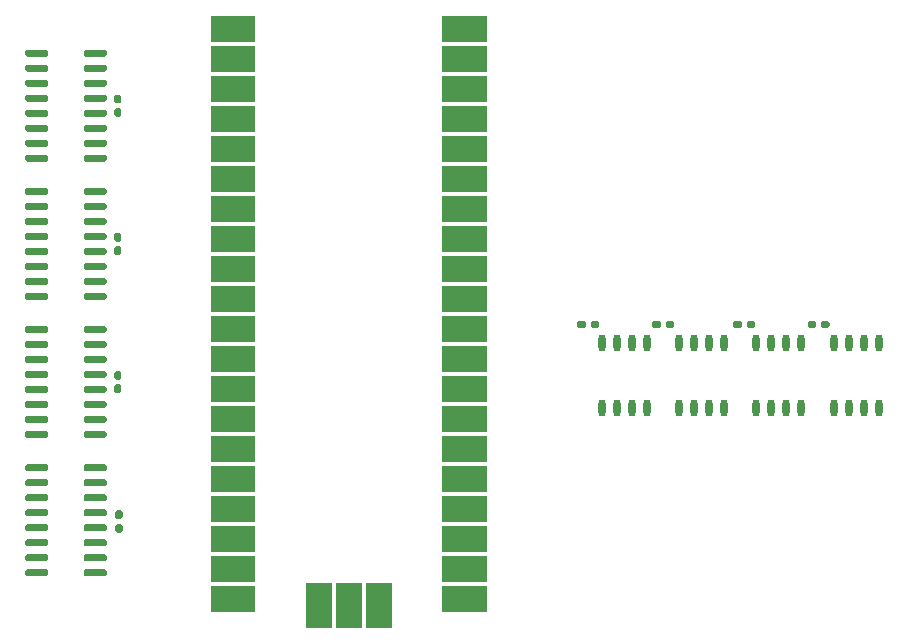
<source format=gbr>
%TF.GenerationSoftware,KiCad,Pcbnew,9.0.0*%
%TF.CreationDate,2025-03-18T14:59:46-04:00*%
%TF.ProjectId,PicoLVDS,5069636f-4c56-4445-932e-6b696361645f,3*%
%TF.SameCoordinates,Original*%
%TF.FileFunction,Paste,Top*%
%TF.FilePolarity,Positive*%
%FSLAX46Y46*%
G04 Gerber Fmt 4.6, Leading zero omitted, Abs format (unit mm)*
G04 Created by KiCad (PCBNEW 9.0.0) date 2025-03-18 14:59:46*
%MOMM*%
%LPD*%
G01*
G04 APERTURE LIST*
%ADD10O,0.599999X1.450000*%
G04 APERTURE END LIST*
%TO.C,U1*%
G36*
X59950000Y-37660000D02*
G01*
X63750000Y-37660000D01*
X63750000Y-39860000D01*
X59950000Y-39860000D01*
X59950000Y-37660000D01*
G37*
G36*
X59950000Y-40200000D02*
G01*
X63750000Y-40200000D01*
X63750000Y-42400000D01*
X59950000Y-42400000D01*
X59950000Y-40200000D01*
G37*
G36*
X59950000Y-42740000D02*
G01*
X63750000Y-42740000D01*
X63750000Y-44940000D01*
X59950000Y-44940000D01*
X59950000Y-42740000D01*
G37*
G36*
X59950000Y-45280000D02*
G01*
X63750000Y-45280000D01*
X63750000Y-47480000D01*
X59950000Y-47480000D01*
X59950000Y-45280000D01*
G37*
G36*
X59950000Y-47820000D02*
G01*
X63750000Y-47820000D01*
X63750000Y-50020000D01*
X59950000Y-50020000D01*
X59950000Y-47820000D01*
G37*
G36*
X59950000Y-50360000D02*
G01*
X63750000Y-50360000D01*
X63750000Y-52560000D01*
X59950000Y-52560000D01*
X59950000Y-50360000D01*
G37*
G36*
X59950000Y-52900000D02*
G01*
X63750000Y-52900000D01*
X63750000Y-55100000D01*
X59950000Y-55100000D01*
X59950000Y-52900000D01*
G37*
G36*
X59950000Y-55440000D02*
G01*
X63750000Y-55440000D01*
X63750000Y-57640000D01*
X59950000Y-57640000D01*
X59950000Y-55440000D01*
G37*
G36*
X59950000Y-57980000D02*
G01*
X63750000Y-57980000D01*
X63750000Y-60180000D01*
X59950000Y-60180000D01*
X59950000Y-57980000D01*
G37*
G36*
X59950000Y-60520000D02*
G01*
X63750000Y-60520000D01*
X63750000Y-62720000D01*
X59950000Y-62720000D01*
X59950000Y-60520000D01*
G37*
G36*
X59950000Y-63060000D02*
G01*
X63750000Y-63060000D01*
X63750000Y-65260000D01*
X59950000Y-65260000D01*
X59950000Y-63060000D01*
G37*
G36*
X59950000Y-65600000D02*
G01*
X63750000Y-65600000D01*
X63750000Y-67800000D01*
X59950000Y-67800000D01*
X59950000Y-65600000D01*
G37*
G36*
X59950000Y-68140000D02*
G01*
X63750000Y-68140000D01*
X63750000Y-70340000D01*
X59950000Y-70340000D01*
X59950000Y-68140000D01*
G37*
G36*
X59950000Y-70680000D02*
G01*
X63750000Y-70680000D01*
X63750000Y-72880000D01*
X59950000Y-72880000D01*
X59950000Y-70680000D01*
G37*
G36*
X59950000Y-73220000D02*
G01*
X63750000Y-73220000D01*
X63750000Y-75420000D01*
X59950000Y-75420000D01*
X59950000Y-73220000D01*
G37*
G36*
X59950000Y-75760000D02*
G01*
X63750000Y-75760000D01*
X63750000Y-77960000D01*
X59950000Y-77960000D01*
X59950000Y-75760000D01*
G37*
G36*
X59950000Y-78300000D02*
G01*
X63750000Y-78300000D01*
X63750000Y-80500000D01*
X59950000Y-80500000D01*
X59950000Y-78300000D01*
G37*
G36*
X59950000Y-80840000D02*
G01*
X63750000Y-80840000D01*
X63750000Y-83040000D01*
X59950000Y-83040000D01*
X59950000Y-80840000D01*
G37*
G36*
X59950000Y-83380000D02*
G01*
X63750000Y-83380000D01*
X63750000Y-85580000D01*
X59950000Y-85580000D01*
X59950000Y-83380000D01*
G37*
G36*
X59950000Y-85920000D02*
G01*
X63750000Y-85920000D01*
X63750000Y-88120000D01*
X59950000Y-88120000D01*
X59950000Y-85920000D01*
G37*
G36*
X68000000Y-85690000D02*
G01*
X70200000Y-85690000D01*
X70200000Y-89490000D01*
X68000000Y-89490000D01*
X68000000Y-85690000D01*
G37*
G36*
X70540000Y-85690000D02*
G01*
X72740000Y-85690000D01*
X72740000Y-89490000D01*
X70540000Y-89490000D01*
X70540000Y-85690000D01*
G37*
G36*
X73080000Y-85690000D02*
G01*
X75280000Y-85690000D01*
X75280000Y-89490000D01*
X73080000Y-89490000D01*
X73080000Y-85690000D01*
G37*
G36*
X79530000Y-37660000D02*
G01*
X83330000Y-37660000D01*
X83330000Y-39860000D01*
X79530000Y-39860000D01*
X79530000Y-37660000D01*
G37*
G36*
X79530000Y-40200000D02*
G01*
X83330000Y-40200000D01*
X83330000Y-42400000D01*
X79530000Y-42400000D01*
X79530000Y-40200000D01*
G37*
G36*
X79530000Y-42740000D02*
G01*
X83330000Y-42740000D01*
X83330000Y-44940000D01*
X79530000Y-44940000D01*
X79530000Y-42740000D01*
G37*
G36*
X79530000Y-45280000D02*
G01*
X83330000Y-45280000D01*
X83330000Y-47480000D01*
X79530000Y-47480000D01*
X79530000Y-45280000D01*
G37*
G36*
X79530000Y-47820000D02*
G01*
X83330000Y-47820000D01*
X83330000Y-50020000D01*
X79530000Y-50020000D01*
X79530000Y-47820000D01*
G37*
G36*
X79530000Y-50360000D02*
G01*
X83330000Y-50360000D01*
X83330000Y-52560000D01*
X79530000Y-52560000D01*
X79530000Y-50360000D01*
G37*
G36*
X79530000Y-52900000D02*
G01*
X83330000Y-52900000D01*
X83330000Y-55100000D01*
X79530000Y-55100000D01*
X79530000Y-52900000D01*
G37*
G36*
X79530000Y-55440000D02*
G01*
X83330000Y-55440000D01*
X83330000Y-57640000D01*
X79530000Y-57640000D01*
X79530000Y-55440000D01*
G37*
G36*
X79530000Y-57980000D02*
G01*
X83330000Y-57980000D01*
X83330000Y-60180000D01*
X79530000Y-60180000D01*
X79530000Y-57980000D01*
G37*
G36*
X79530000Y-60520000D02*
G01*
X83330000Y-60520000D01*
X83330000Y-62720000D01*
X79530000Y-62720000D01*
X79530000Y-60520000D01*
G37*
G36*
X79530000Y-63060000D02*
G01*
X83330000Y-63060000D01*
X83330000Y-65260000D01*
X79530000Y-65260000D01*
X79530000Y-63060000D01*
G37*
G36*
X79530000Y-65600000D02*
G01*
X83330000Y-65600000D01*
X83330000Y-67800000D01*
X79530000Y-67800000D01*
X79530000Y-65600000D01*
G37*
G36*
X79530000Y-68140000D02*
G01*
X83330000Y-68140000D01*
X83330000Y-70340000D01*
X79530000Y-70340000D01*
X79530000Y-68140000D01*
G37*
G36*
X79530000Y-70680000D02*
G01*
X83330000Y-70680000D01*
X83330000Y-72880000D01*
X79530000Y-72880000D01*
X79530000Y-70680000D01*
G37*
G36*
X79530000Y-73220000D02*
G01*
X83330000Y-73220000D01*
X83330000Y-75420000D01*
X79530000Y-75420000D01*
X79530000Y-73220000D01*
G37*
G36*
X79530000Y-75760000D02*
G01*
X83330000Y-75760000D01*
X83330000Y-77960000D01*
X79530000Y-77960000D01*
X79530000Y-75760000D01*
G37*
G36*
X79530000Y-78300000D02*
G01*
X83330000Y-78300000D01*
X83330000Y-80500000D01*
X79530000Y-80500000D01*
X79530000Y-78300000D01*
G37*
G36*
X79530000Y-80840000D02*
G01*
X83330000Y-80840000D01*
X83330000Y-83040000D01*
X79530000Y-83040000D01*
X79530000Y-80840000D01*
G37*
G36*
X79530000Y-83380000D02*
G01*
X83330000Y-83380000D01*
X83330000Y-85580000D01*
X79530000Y-85580000D01*
X79530000Y-83380000D01*
G37*
G36*
X79530000Y-85920000D02*
G01*
X83330000Y-85920000D01*
X83330000Y-88120000D01*
X79530000Y-88120000D01*
X79530000Y-85920000D01*
G37*
%TD*%
%TO.C,U1*%
G36*
G01*
X79830000Y-85044706D02*
X79830000Y-83915294D01*
G75*
G02*
X80065294Y-83680000I235294J0D01*
G01*
X82794706Y-83680000D01*
G75*
G02*
X83030000Y-83915294I0J-235294D01*
G01*
X83030000Y-85044706D01*
G75*
G02*
X82794706Y-85280000I-235294J0D01*
G01*
X80065294Y-85280000D01*
G75*
G02*
X79830000Y-85044706I0J235294D01*
G01*
G37*
G36*
G01*
X79830000Y-82504706D02*
X79830000Y-81375294D01*
G75*
G02*
X80065294Y-81140000I235294J0D01*
G01*
X82794706Y-81140000D01*
G75*
G02*
X83030000Y-81375294I0J-235294D01*
G01*
X83030000Y-82504706D01*
G75*
G02*
X82794706Y-82740000I-235294J0D01*
G01*
X80065294Y-82740000D01*
G75*
G02*
X79830000Y-82504706I0J235294D01*
G01*
G37*
G36*
G01*
X79830000Y-79964706D02*
X79830000Y-78835294D01*
G75*
G02*
X80065294Y-78600000I235294J0D01*
G01*
X82794706Y-78600000D01*
G75*
G02*
X83030000Y-78835294I0J-235294D01*
G01*
X83030000Y-79964706D01*
G75*
G02*
X82794706Y-80200000I-235294J0D01*
G01*
X80065294Y-80200000D01*
G75*
G02*
X79830000Y-79964706I0J235294D01*
G01*
G37*
G36*
G01*
X79830000Y-77424706D02*
X79830000Y-76295294D01*
G75*
G02*
X80065294Y-76060000I235294J0D01*
G01*
X82794706Y-76060000D01*
G75*
G02*
X83030000Y-76295294I0J-235294D01*
G01*
X83030000Y-77424706D01*
G75*
G02*
X82794706Y-77660000I-235294J0D01*
G01*
X80065294Y-77660000D01*
G75*
G02*
X79830000Y-77424706I0J235294D01*
G01*
G37*
G36*
G01*
X79830000Y-74884706D02*
X79830000Y-73755294D01*
G75*
G02*
X80065294Y-73520000I235294J0D01*
G01*
X82794706Y-73520000D01*
G75*
G02*
X83030000Y-73755294I0J-235294D01*
G01*
X83030000Y-74884706D01*
G75*
G02*
X82794706Y-75120000I-235294J0D01*
G01*
X80065294Y-75120000D01*
G75*
G02*
X79830000Y-74884706I0J235294D01*
G01*
G37*
G36*
G01*
X79830000Y-72344706D02*
X79830000Y-71215294D01*
G75*
G02*
X80065294Y-70980000I235294J0D01*
G01*
X82794706Y-70980000D01*
G75*
G02*
X83030000Y-71215294I0J-235294D01*
G01*
X83030000Y-72344706D01*
G75*
G02*
X82794706Y-72580000I-235294J0D01*
G01*
X80065294Y-72580000D01*
G75*
G02*
X79830000Y-72344706I0J235294D01*
G01*
G37*
G36*
G01*
X79830000Y-69804706D02*
X79830000Y-68675294D01*
G75*
G02*
X80065294Y-68440000I235294J0D01*
G01*
X82794706Y-68440000D01*
G75*
G02*
X83030000Y-68675294I0J-235294D01*
G01*
X83030000Y-69804706D01*
G75*
G02*
X82794706Y-70040000I-235294J0D01*
G01*
X80065294Y-70040000D01*
G75*
G02*
X79830000Y-69804706I0J235294D01*
G01*
G37*
G36*
G01*
X79830000Y-67264706D02*
X79830000Y-66135294D01*
G75*
G02*
X80065294Y-65900000I235294J0D01*
G01*
X82794706Y-65900000D01*
G75*
G02*
X83030000Y-66135294I0J-235294D01*
G01*
X83030000Y-67264706D01*
G75*
G02*
X82794706Y-67500000I-235294J0D01*
G01*
X80065294Y-67500000D01*
G75*
G02*
X79830000Y-67264706I0J235294D01*
G01*
G37*
G36*
G01*
X79830000Y-64724706D02*
X79830000Y-63595294D01*
G75*
G02*
X80065294Y-63360000I235294J0D01*
G01*
X82794706Y-63360000D01*
G75*
G02*
X83030000Y-63595294I0J-235294D01*
G01*
X83030000Y-64724706D01*
G75*
G02*
X82794706Y-64960000I-235294J0D01*
G01*
X80065294Y-64960000D01*
G75*
G02*
X79830000Y-64724706I0J235294D01*
G01*
G37*
G36*
G01*
X79830000Y-62184706D02*
X79830000Y-61055294D01*
G75*
G02*
X80065294Y-60820000I235294J0D01*
G01*
X82794706Y-60820000D01*
G75*
G02*
X83030000Y-61055294I0J-235294D01*
G01*
X83030000Y-62184706D01*
G75*
G02*
X82794706Y-62420000I-235294J0D01*
G01*
X80065294Y-62420000D01*
G75*
G02*
X79830000Y-62184706I0J235294D01*
G01*
G37*
G36*
G01*
X79830000Y-59644706D02*
X79830000Y-58515294D01*
G75*
G02*
X80065294Y-58280000I235294J0D01*
G01*
X82794706Y-58280000D01*
G75*
G02*
X83030000Y-58515294I0J-235294D01*
G01*
X83030000Y-59644706D01*
G75*
G02*
X82794706Y-59880000I-235294J0D01*
G01*
X80065294Y-59880000D01*
G75*
G02*
X79830000Y-59644706I0J235294D01*
G01*
G37*
G36*
G01*
X79830000Y-57104706D02*
X79830000Y-55975294D01*
G75*
G02*
X80065294Y-55740000I235294J0D01*
G01*
X82794706Y-55740000D01*
G75*
G02*
X83030000Y-55975294I0J-235294D01*
G01*
X83030000Y-57104706D01*
G75*
G02*
X82794706Y-57340000I-235294J0D01*
G01*
X80065294Y-57340000D01*
G75*
G02*
X79830000Y-57104706I0J235294D01*
G01*
G37*
G36*
G01*
X79830000Y-54564706D02*
X79830000Y-53435294D01*
G75*
G02*
X80065294Y-53200000I235294J0D01*
G01*
X82794706Y-53200000D01*
G75*
G02*
X83030000Y-53435294I0J-235294D01*
G01*
X83030000Y-54564706D01*
G75*
G02*
X82794706Y-54800000I-235294J0D01*
G01*
X80065294Y-54800000D01*
G75*
G02*
X79830000Y-54564706I0J235294D01*
G01*
G37*
G36*
G01*
X79830000Y-52024706D02*
X79830000Y-50895294D01*
G75*
G02*
X80065294Y-50660000I235294J0D01*
G01*
X82794706Y-50660000D01*
G75*
G02*
X83030000Y-50895294I0J-235294D01*
G01*
X83030000Y-52024706D01*
G75*
G02*
X82794706Y-52260000I-235294J0D01*
G01*
X80065294Y-52260000D01*
G75*
G02*
X79830000Y-52024706I0J235294D01*
G01*
G37*
G36*
G01*
X79830000Y-49484706D02*
X79830000Y-48355294D01*
G75*
G02*
X80065294Y-48120000I235294J0D01*
G01*
X82794706Y-48120000D01*
G75*
G02*
X83030000Y-48355294I0J-235294D01*
G01*
X83030000Y-49484706D01*
G75*
G02*
X82794706Y-49720000I-235294J0D01*
G01*
X80065294Y-49720000D01*
G75*
G02*
X79830000Y-49484706I0J235294D01*
G01*
G37*
G36*
G01*
X79830000Y-46944706D02*
X79830000Y-45815294D01*
G75*
G02*
X80065294Y-45580000I235294J0D01*
G01*
X82794706Y-45580000D01*
G75*
G02*
X83030000Y-45815294I0J-235294D01*
G01*
X83030000Y-46944706D01*
G75*
G02*
X82794706Y-47180000I-235294J0D01*
G01*
X80065294Y-47180000D01*
G75*
G02*
X79830000Y-46944706I0J235294D01*
G01*
G37*
G36*
G01*
X79830000Y-44404706D02*
X79830000Y-43275294D01*
G75*
G02*
X80065294Y-43040000I235294J0D01*
G01*
X82794706Y-43040000D01*
G75*
G02*
X83030000Y-43275294I0J-235294D01*
G01*
X83030000Y-44404706D01*
G75*
G02*
X82794706Y-44640000I-235294J0D01*
G01*
X80065294Y-44640000D01*
G75*
G02*
X79830000Y-44404706I0J235294D01*
G01*
G37*
G36*
G01*
X79830000Y-41864706D02*
X79830000Y-40735294D01*
G75*
G02*
X80065294Y-40500000I235294J0D01*
G01*
X82794706Y-40500000D01*
G75*
G02*
X83030000Y-40735294I0J-235294D01*
G01*
X83030000Y-41864706D01*
G75*
G02*
X82794706Y-42100000I-235294J0D01*
G01*
X80065294Y-42100000D01*
G75*
G02*
X79830000Y-41864706I0J235294D01*
G01*
G37*
G36*
G01*
X79830000Y-39324706D02*
X79830000Y-38195294D01*
G75*
G02*
X80065294Y-37960000I235294J0D01*
G01*
X82794706Y-37960000D01*
G75*
G02*
X83030000Y-38195294I0J-235294D01*
G01*
X83030000Y-39324706D01*
G75*
G02*
X82794706Y-39560000I-235294J0D01*
G01*
X80065294Y-39560000D01*
G75*
G02*
X79830000Y-39324706I0J235294D01*
G01*
G37*
G36*
G01*
X79830000Y-87584706D02*
X79830000Y-86455294D01*
G75*
G02*
X80065294Y-86220000I235294J0D01*
G01*
X82794706Y-86220000D01*
G75*
G02*
X83030000Y-86455294I0J-235294D01*
G01*
X83030000Y-87584706D01*
G75*
G02*
X82794706Y-87820000I-235294J0D01*
G01*
X80065294Y-87820000D01*
G75*
G02*
X79830000Y-87584706I0J235294D01*
G01*
G37*
G36*
G01*
X60250000Y-39324706D02*
X60250000Y-38195294D01*
G75*
G02*
X60485294Y-37960000I235294J0D01*
G01*
X63214706Y-37960000D01*
G75*
G02*
X63450000Y-38195294I0J-235294D01*
G01*
X63450000Y-39324706D01*
G75*
G02*
X63214706Y-39560000I-235294J0D01*
G01*
X60485294Y-39560000D01*
G75*
G02*
X60250000Y-39324706I0J235294D01*
G01*
G37*
G36*
G01*
X60250000Y-41864706D02*
X60250000Y-40735294D01*
G75*
G02*
X60485294Y-40500000I235294J0D01*
G01*
X63214706Y-40500000D01*
G75*
G02*
X63450000Y-40735294I0J-235294D01*
G01*
X63450000Y-41864706D01*
G75*
G02*
X63214706Y-42100000I-235294J0D01*
G01*
X60485294Y-42100000D01*
G75*
G02*
X60250000Y-41864706I0J235294D01*
G01*
G37*
G36*
G01*
X60250000Y-44404706D02*
X60250000Y-43275294D01*
G75*
G02*
X60485294Y-43040000I235294J0D01*
G01*
X63214706Y-43040000D01*
G75*
G02*
X63450000Y-43275294I0J-235294D01*
G01*
X63450000Y-44404706D01*
G75*
G02*
X63214706Y-44640000I-235294J0D01*
G01*
X60485294Y-44640000D01*
G75*
G02*
X60250000Y-44404706I0J235294D01*
G01*
G37*
G36*
G01*
X60250000Y-46944706D02*
X60250000Y-45815294D01*
G75*
G02*
X60485294Y-45580000I235294J0D01*
G01*
X63214706Y-45580000D01*
G75*
G02*
X63450000Y-45815294I0J-235294D01*
G01*
X63450000Y-46944706D01*
G75*
G02*
X63214706Y-47180000I-235294J0D01*
G01*
X60485294Y-47180000D01*
G75*
G02*
X60250000Y-46944706I0J235294D01*
G01*
G37*
G36*
G01*
X60250000Y-49484706D02*
X60250000Y-48355294D01*
G75*
G02*
X60485294Y-48120000I235294J0D01*
G01*
X63214706Y-48120000D01*
G75*
G02*
X63450000Y-48355294I0J-235294D01*
G01*
X63450000Y-49484706D01*
G75*
G02*
X63214706Y-49720000I-235294J0D01*
G01*
X60485294Y-49720000D01*
G75*
G02*
X60250000Y-49484706I0J235294D01*
G01*
G37*
G36*
G01*
X60250000Y-52024706D02*
X60250000Y-50895294D01*
G75*
G02*
X60485294Y-50660000I235294J0D01*
G01*
X63214706Y-50660000D01*
G75*
G02*
X63450000Y-50895294I0J-235294D01*
G01*
X63450000Y-52024706D01*
G75*
G02*
X63214706Y-52260000I-235294J0D01*
G01*
X60485294Y-52260000D01*
G75*
G02*
X60250000Y-52024706I0J235294D01*
G01*
G37*
G36*
G01*
X60250000Y-54564706D02*
X60250000Y-53435294D01*
G75*
G02*
X60485294Y-53200000I235294J0D01*
G01*
X63214706Y-53200000D01*
G75*
G02*
X63450000Y-53435294I0J-235294D01*
G01*
X63450000Y-54564706D01*
G75*
G02*
X63214706Y-54800000I-235294J0D01*
G01*
X60485294Y-54800000D01*
G75*
G02*
X60250000Y-54564706I0J235294D01*
G01*
G37*
G36*
G01*
X60250000Y-57104706D02*
X60250000Y-55975294D01*
G75*
G02*
X60485294Y-55740000I235294J0D01*
G01*
X63214706Y-55740000D01*
G75*
G02*
X63450000Y-55975294I0J-235294D01*
G01*
X63450000Y-57104706D01*
G75*
G02*
X63214706Y-57340000I-235294J0D01*
G01*
X60485294Y-57340000D01*
G75*
G02*
X60250000Y-57104706I0J235294D01*
G01*
G37*
G36*
G01*
X60250000Y-59644706D02*
X60250000Y-58515294D01*
G75*
G02*
X60485294Y-58280000I235294J0D01*
G01*
X63214706Y-58280000D01*
G75*
G02*
X63450000Y-58515294I0J-235294D01*
G01*
X63450000Y-59644706D01*
G75*
G02*
X63214706Y-59880000I-235294J0D01*
G01*
X60485294Y-59880000D01*
G75*
G02*
X60250000Y-59644706I0J235294D01*
G01*
G37*
G36*
G01*
X60250000Y-62184706D02*
X60250000Y-61055294D01*
G75*
G02*
X60485294Y-60820000I235294J0D01*
G01*
X63214706Y-60820000D01*
G75*
G02*
X63450000Y-61055294I0J-235294D01*
G01*
X63450000Y-62184706D01*
G75*
G02*
X63214706Y-62420000I-235294J0D01*
G01*
X60485294Y-62420000D01*
G75*
G02*
X60250000Y-62184706I0J235294D01*
G01*
G37*
G36*
G01*
X60250000Y-64724706D02*
X60250000Y-63595294D01*
G75*
G02*
X60485294Y-63360000I235294J0D01*
G01*
X63214706Y-63360000D01*
G75*
G02*
X63450000Y-63595294I0J-235294D01*
G01*
X63450000Y-64724706D01*
G75*
G02*
X63214706Y-64960000I-235294J0D01*
G01*
X60485294Y-64960000D01*
G75*
G02*
X60250000Y-64724706I0J235294D01*
G01*
G37*
G36*
G01*
X60250000Y-67264706D02*
X60250000Y-66135294D01*
G75*
G02*
X60485294Y-65900000I235294J0D01*
G01*
X63214706Y-65900000D01*
G75*
G02*
X63450000Y-66135294I0J-235294D01*
G01*
X63450000Y-67264706D01*
G75*
G02*
X63214706Y-67500000I-235294J0D01*
G01*
X60485294Y-67500000D01*
G75*
G02*
X60250000Y-67264706I0J235294D01*
G01*
G37*
G36*
G01*
X60250000Y-69804706D02*
X60250000Y-68675294D01*
G75*
G02*
X60485294Y-68440000I235294J0D01*
G01*
X63214706Y-68440000D01*
G75*
G02*
X63450000Y-68675294I0J-235294D01*
G01*
X63450000Y-69804706D01*
G75*
G02*
X63214706Y-70040000I-235294J0D01*
G01*
X60485294Y-70040000D01*
G75*
G02*
X60250000Y-69804706I0J235294D01*
G01*
G37*
G36*
G01*
X60250000Y-72344706D02*
X60250000Y-71215294D01*
G75*
G02*
X60485294Y-70980000I235294J0D01*
G01*
X63214706Y-70980000D01*
G75*
G02*
X63450000Y-71215294I0J-235294D01*
G01*
X63450000Y-72344706D01*
G75*
G02*
X63214706Y-72580000I-235294J0D01*
G01*
X60485294Y-72580000D01*
G75*
G02*
X60250000Y-72344706I0J235294D01*
G01*
G37*
G36*
G01*
X60250000Y-74884706D02*
X60250000Y-73755294D01*
G75*
G02*
X60485294Y-73520000I235294J0D01*
G01*
X63214706Y-73520000D01*
G75*
G02*
X63450000Y-73755294I0J-235294D01*
G01*
X63450000Y-74884706D01*
G75*
G02*
X63214706Y-75120000I-235294J0D01*
G01*
X60485294Y-75120000D01*
G75*
G02*
X60250000Y-74884706I0J235294D01*
G01*
G37*
G36*
G01*
X60250000Y-77424706D02*
X60250000Y-76295294D01*
G75*
G02*
X60485294Y-76060000I235294J0D01*
G01*
X63214706Y-76060000D01*
G75*
G02*
X63450000Y-76295294I0J-235294D01*
G01*
X63450000Y-77424706D01*
G75*
G02*
X63214706Y-77660000I-235294J0D01*
G01*
X60485294Y-77660000D01*
G75*
G02*
X60250000Y-77424706I0J235294D01*
G01*
G37*
G36*
G01*
X60250000Y-79964706D02*
X60250000Y-78835294D01*
G75*
G02*
X60485294Y-78600000I235294J0D01*
G01*
X63214706Y-78600000D01*
G75*
G02*
X63450000Y-78835294I0J-235294D01*
G01*
X63450000Y-79964706D01*
G75*
G02*
X63214706Y-80200000I-235294J0D01*
G01*
X60485294Y-80200000D01*
G75*
G02*
X60250000Y-79964706I0J235294D01*
G01*
G37*
G36*
G01*
X60250000Y-82504706D02*
X60250000Y-81375294D01*
G75*
G02*
X60485294Y-81140000I235294J0D01*
G01*
X63214706Y-81140000D01*
G75*
G02*
X63450000Y-81375294I0J-235294D01*
G01*
X63450000Y-82504706D01*
G75*
G02*
X63214706Y-82740000I-235294J0D01*
G01*
X60485294Y-82740000D01*
G75*
G02*
X60250000Y-82504706I0J235294D01*
G01*
G37*
G36*
G01*
X60250000Y-85044706D02*
X60250000Y-83915294D01*
G75*
G02*
X60485294Y-83680000I235294J0D01*
G01*
X63214706Y-83680000D01*
G75*
G02*
X63450000Y-83915294I0J-235294D01*
G01*
X63450000Y-85044706D01*
G75*
G02*
X63214706Y-85280000I-235294J0D01*
G01*
X60485294Y-85280000D01*
G75*
G02*
X60250000Y-85044706I0J235294D01*
G01*
G37*
G36*
G01*
X60250000Y-87584706D02*
X60250000Y-86455294D01*
G75*
G02*
X60485294Y-86220000I235294J0D01*
G01*
X63214706Y-86220000D01*
G75*
G02*
X63450000Y-86455294I0J-235294D01*
G01*
X63450000Y-87584706D01*
G75*
G02*
X63214706Y-87820000I-235294J0D01*
G01*
X60485294Y-87820000D01*
G75*
G02*
X60250000Y-87584706I0J235294D01*
G01*
G37*
%TD*%
D10*
%TO.C,U9*%
X93072000Y-70866000D03*
X94342000Y-70866000D03*
X95612000Y-70866000D03*
X96882000Y-70866000D03*
X96882000Y-65416001D03*
X95612000Y-65416001D03*
X94342000Y-65416001D03*
X93072000Y-65416001D03*
%TD*%
%TO.C,U3*%
G36*
G01*
X51150000Y-61295000D02*
X51150000Y-61595000D01*
G75*
G02*
X51000000Y-61745000I-150000J0D01*
G01*
X49350000Y-61745000D01*
G75*
G02*
X49200000Y-61595000I0J150000D01*
G01*
X49200000Y-61295000D01*
G75*
G02*
X49350000Y-61145000I150000J0D01*
G01*
X51000000Y-61145000D01*
G75*
G02*
X51150000Y-61295000I0J-150000D01*
G01*
G37*
G36*
G01*
X51150000Y-60025000D02*
X51150000Y-60325000D01*
G75*
G02*
X51000000Y-60475000I-150000J0D01*
G01*
X49350000Y-60475000D01*
G75*
G02*
X49200000Y-60325000I0J150000D01*
G01*
X49200000Y-60025000D01*
G75*
G02*
X49350000Y-59875000I150000J0D01*
G01*
X51000000Y-59875000D01*
G75*
G02*
X51150000Y-60025000I0J-150000D01*
G01*
G37*
G36*
G01*
X51150000Y-58755000D02*
X51150000Y-59055000D01*
G75*
G02*
X51000000Y-59205000I-150000J0D01*
G01*
X49350000Y-59205000D01*
G75*
G02*
X49200000Y-59055000I0J150000D01*
G01*
X49200000Y-58755000D01*
G75*
G02*
X49350000Y-58605000I150000J0D01*
G01*
X51000000Y-58605000D01*
G75*
G02*
X51150000Y-58755000I0J-150000D01*
G01*
G37*
G36*
G01*
X51150000Y-57485000D02*
X51150000Y-57785000D01*
G75*
G02*
X51000000Y-57935000I-150000J0D01*
G01*
X49350000Y-57935000D01*
G75*
G02*
X49200000Y-57785000I0J150000D01*
G01*
X49200000Y-57485000D01*
G75*
G02*
X49350000Y-57335000I150000J0D01*
G01*
X51000000Y-57335000D01*
G75*
G02*
X51150000Y-57485000I0J-150000D01*
G01*
G37*
G36*
G01*
X51150000Y-56215000D02*
X51150000Y-56515000D01*
G75*
G02*
X51000000Y-56665000I-150000J0D01*
G01*
X49350000Y-56665000D01*
G75*
G02*
X49200000Y-56515000I0J150000D01*
G01*
X49200000Y-56215000D01*
G75*
G02*
X49350000Y-56065000I150000J0D01*
G01*
X51000000Y-56065000D01*
G75*
G02*
X51150000Y-56215000I0J-150000D01*
G01*
G37*
G36*
G01*
X51150000Y-54945000D02*
X51150000Y-55245000D01*
G75*
G02*
X51000000Y-55395000I-150000J0D01*
G01*
X49350000Y-55395000D01*
G75*
G02*
X49200000Y-55245000I0J150000D01*
G01*
X49200000Y-54945000D01*
G75*
G02*
X49350000Y-54795000I150000J0D01*
G01*
X51000000Y-54795000D01*
G75*
G02*
X51150000Y-54945000I0J-150000D01*
G01*
G37*
G36*
G01*
X51150000Y-53675000D02*
X51150000Y-53975000D01*
G75*
G02*
X51000000Y-54125000I-150000J0D01*
G01*
X49350000Y-54125000D01*
G75*
G02*
X49200000Y-53975000I0J150000D01*
G01*
X49200000Y-53675000D01*
G75*
G02*
X49350000Y-53525000I150000J0D01*
G01*
X51000000Y-53525000D01*
G75*
G02*
X51150000Y-53675000I0J-150000D01*
G01*
G37*
G36*
G01*
X51150000Y-52405000D02*
X51150000Y-52705000D01*
G75*
G02*
X51000000Y-52855000I-150000J0D01*
G01*
X49350000Y-52855000D01*
G75*
G02*
X49200000Y-52705000I0J150000D01*
G01*
X49200000Y-52405000D01*
G75*
G02*
X49350000Y-52255000I150000J0D01*
G01*
X51000000Y-52255000D01*
G75*
G02*
X51150000Y-52405000I0J-150000D01*
G01*
G37*
G36*
G01*
X46200000Y-52405000D02*
X46200000Y-52705000D01*
G75*
G02*
X46050000Y-52855000I-150000J0D01*
G01*
X44400000Y-52855000D01*
G75*
G02*
X44250000Y-52705000I0J150000D01*
G01*
X44250000Y-52405000D01*
G75*
G02*
X44400000Y-52255000I150000J0D01*
G01*
X46050000Y-52255000D01*
G75*
G02*
X46200000Y-52405000I0J-150000D01*
G01*
G37*
G36*
G01*
X46200000Y-53675000D02*
X46200000Y-53975000D01*
G75*
G02*
X46050000Y-54125000I-150000J0D01*
G01*
X44400000Y-54125000D01*
G75*
G02*
X44250000Y-53975000I0J150000D01*
G01*
X44250000Y-53675000D01*
G75*
G02*
X44400000Y-53525000I150000J0D01*
G01*
X46050000Y-53525000D01*
G75*
G02*
X46200000Y-53675000I0J-150000D01*
G01*
G37*
G36*
G01*
X46200000Y-54945000D02*
X46200000Y-55245000D01*
G75*
G02*
X46050000Y-55395000I-150000J0D01*
G01*
X44400000Y-55395000D01*
G75*
G02*
X44250000Y-55245000I0J150000D01*
G01*
X44250000Y-54945000D01*
G75*
G02*
X44400000Y-54795000I150000J0D01*
G01*
X46050000Y-54795000D01*
G75*
G02*
X46200000Y-54945000I0J-150000D01*
G01*
G37*
G36*
G01*
X46200000Y-56215000D02*
X46200000Y-56515000D01*
G75*
G02*
X46050000Y-56665000I-150000J0D01*
G01*
X44400000Y-56665000D01*
G75*
G02*
X44250000Y-56515000I0J150000D01*
G01*
X44250000Y-56215000D01*
G75*
G02*
X44400000Y-56065000I150000J0D01*
G01*
X46050000Y-56065000D01*
G75*
G02*
X46200000Y-56215000I0J-150000D01*
G01*
G37*
G36*
G01*
X46200000Y-57485000D02*
X46200000Y-57785000D01*
G75*
G02*
X46050000Y-57935000I-150000J0D01*
G01*
X44400000Y-57935000D01*
G75*
G02*
X44250000Y-57785000I0J150000D01*
G01*
X44250000Y-57485000D01*
G75*
G02*
X44400000Y-57335000I150000J0D01*
G01*
X46050000Y-57335000D01*
G75*
G02*
X46200000Y-57485000I0J-150000D01*
G01*
G37*
G36*
G01*
X46200000Y-58755000D02*
X46200000Y-59055000D01*
G75*
G02*
X46050000Y-59205000I-150000J0D01*
G01*
X44400000Y-59205000D01*
G75*
G02*
X44250000Y-59055000I0J150000D01*
G01*
X44250000Y-58755000D01*
G75*
G02*
X44400000Y-58605000I150000J0D01*
G01*
X46050000Y-58605000D01*
G75*
G02*
X46200000Y-58755000I0J-150000D01*
G01*
G37*
G36*
G01*
X46200000Y-60025000D02*
X46200000Y-60325000D01*
G75*
G02*
X46050000Y-60475000I-150000J0D01*
G01*
X44400000Y-60475000D01*
G75*
G02*
X44250000Y-60325000I0J150000D01*
G01*
X44250000Y-60025000D01*
G75*
G02*
X44400000Y-59875000I150000J0D01*
G01*
X46050000Y-59875000D01*
G75*
G02*
X46200000Y-60025000I0J-150000D01*
G01*
G37*
G36*
G01*
X46200000Y-61295000D02*
X46200000Y-61595000D01*
G75*
G02*
X46050000Y-61745000I-150000J0D01*
G01*
X44400000Y-61745000D01*
G75*
G02*
X44250000Y-61595000I0J150000D01*
G01*
X44250000Y-61295000D01*
G75*
G02*
X44400000Y-61145000I150000J0D01*
G01*
X46050000Y-61145000D01*
G75*
G02*
X46200000Y-61295000I0J-150000D01*
G01*
G37*
%TD*%
%TO.C,C1*%
G36*
G01*
X52255000Y-46235000D02*
X51945000Y-46235000D01*
G75*
G02*
X51790000Y-46080000I0J155000D01*
G01*
X51790000Y-45655000D01*
G75*
G02*
X51945000Y-45500000I155000J0D01*
G01*
X52255000Y-45500000D01*
G75*
G02*
X52410000Y-45655000I0J-155000D01*
G01*
X52410000Y-46080000D01*
G75*
G02*
X52255000Y-46235000I-155000J0D01*
G01*
G37*
G36*
G01*
X52255000Y-45100000D02*
X51945000Y-45100000D01*
G75*
G02*
X51790000Y-44945000I0J155000D01*
G01*
X51790000Y-44520000D01*
G75*
G02*
X51945000Y-44365000I155000J0D01*
G01*
X52255000Y-44365000D01*
G75*
G02*
X52410000Y-44520000I0J-155000D01*
G01*
X52410000Y-44945000D01*
G75*
G02*
X52255000Y-45100000I-155000J0D01*
G01*
G37*
%TD*%
%TO.C,C7*%
G36*
G01*
X99219500Y-63667999D02*
X99219500Y-63977999D01*
G75*
G02*
X99064500Y-64132999I-155000J0D01*
G01*
X98639500Y-64132999D01*
G75*
G02*
X98484500Y-63977999I0J155000D01*
G01*
X98484500Y-63667999D01*
G75*
G02*
X98639500Y-63512999I155000J0D01*
G01*
X99064500Y-63512999D01*
G75*
G02*
X99219500Y-63667999I0J-155000D01*
G01*
G37*
G36*
G01*
X98084500Y-63667999D02*
X98084500Y-63977999D01*
G75*
G02*
X97929500Y-64132999I-155000J0D01*
G01*
X97504500Y-64132999D01*
G75*
G02*
X97349500Y-63977999I0J155000D01*
G01*
X97349500Y-63667999D01*
G75*
G02*
X97504500Y-63512999I155000J0D01*
G01*
X97929500Y-63512999D01*
G75*
G02*
X98084500Y-63667999I0J-155000D01*
G01*
G37*
%TD*%
%TO.C,U2*%
G36*
G01*
X51150000Y-49595000D02*
X51150000Y-49895000D01*
G75*
G02*
X51000000Y-50045000I-150000J0D01*
G01*
X49350000Y-50045000D01*
G75*
G02*
X49200000Y-49895000I0J150000D01*
G01*
X49200000Y-49595000D01*
G75*
G02*
X49350000Y-49445000I150000J0D01*
G01*
X51000000Y-49445000D01*
G75*
G02*
X51150000Y-49595000I0J-150000D01*
G01*
G37*
G36*
G01*
X51150000Y-48325000D02*
X51150000Y-48625000D01*
G75*
G02*
X51000000Y-48775000I-150000J0D01*
G01*
X49350000Y-48775000D01*
G75*
G02*
X49200000Y-48625000I0J150000D01*
G01*
X49200000Y-48325000D01*
G75*
G02*
X49350000Y-48175000I150000J0D01*
G01*
X51000000Y-48175000D01*
G75*
G02*
X51150000Y-48325000I0J-150000D01*
G01*
G37*
G36*
G01*
X51150000Y-47055000D02*
X51150000Y-47355000D01*
G75*
G02*
X51000000Y-47505000I-150000J0D01*
G01*
X49350000Y-47505000D01*
G75*
G02*
X49200000Y-47355000I0J150000D01*
G01*
X49200000Y-47055000D01*
G75*
G02*
X49350000Y-46905000I150000J0D01*
G01*
X51000000Y-46905000D01*
G75*
G02*
X51150000Y-47055000I0J-150000D01*
G01*
G37*
G36*
G01*
X51150000Y-45785000D02*
X51150000Y-46085000D01*
G75*
G02*
X51000000Y-46235000I-150000J0D01*
G01*
X49350000Y-46235000D01*
G75*
G02*
X49200000Y-46085000I0J150000D01*
G01*
X49200000Y-45785000D01*
G75*
G02*
X49350000Y-45635000I150000J0D01*
G01*
X51000000Y-45635000D01*
G75*
G02*
X51150000Y-45785000I0J-150000D01*
G01*
G37*
G36*
G01*
X51150000Y-44515000D02*
X51150000Y-44815000D01*
G75*
G02*
X51000000Y-44965000I-150000J0D01*
G01*
X49350000Y-44965000D01*
G75*
G02*
X49200000Y-44815000I0J150000D01*
G01*
X49200000Y-44515000D01*
G75*
G02*
X49350000Y-44365000I150000J0D01*
G01*
X51000000Y-44365000D01*
G75*
G02*
X51150000Y-44515000I0J-150000D01*
G01*
G37*
G36*
G01*
X51150000Y-43245000D02*
X51150000Y-43545000D01*
G75*
G02*
X51000000Y-43695000I-150000J0D01*
G01*
X49350000Y-43695000D01*
G75*
G02*
X49200000Y-43545000I0J150000D01*
G01*
X49200000Y-43245000D01*
G75*
G02*
X49350000Y-43095000I150000J0D01*
G01*
X51000000Y-43095000D01*
G75*
G02*
X51150000Y-43245000I0J-150000D01*
G01*
G37*
G36*
G01*
X51150000Y-41975000D02*
X51150000Y-42275000D01*
G75*
G02*
X51000000Y-42425000I-150000J0D01*
G01*
X49350000Y-42425000D01*
G75*
G02*
X49200000Y-42275000I0J150000D01*
G01*
X49200000Y-41975000D01*
G75*
G02*
X49350000Y-41825000I150000J0D01*
G01*
X51000000Y-41825000D01*
G75*
G02*
X51150000Y-41975000I0J-150000D01*
G01*
G37*
G36*
G01*
X51150000Y-40705000D02*
X51150000Y-41005000D01*
G75*
G02*
X51000000Y-41155000I-150000J0D01*
G01*
X49350000Y-41155000D01*
G75*
G02*
X49200000Y-41005000I0J150000D01*
G01*
X49200000Y-40705000D01*
G75*
G02*
X49350000Y-40555000I150000J0D01*
G01*
X51000000Y-40555000D01*
G75*
G02*
X51150000Y-40705000I0J-150000D01*
G01*
G37*
G36*
G01*
X46200000Y-40705000D02*
X46200000Y-41005000D01*
G75*
G02*
X46050000Y-41155000I-150000J0D01*
G01*
X44400000Y-41155000D01*
G75*
G02*
X44250000Y-41005000I0J150000D01*
G01*
X44250000Y-40705000D01*
G75*
G02*
X44400000Y-40555000I150000J0D01*
G01*
X46050000Y-40555000D01*
G75*
G02*
X46200000Y-40705000I0J-150000D01*
G01*
G37*
G36*
G01*
X46200000Y-41975000D02*
X46200000Y-42275000D01*
G75*
G02*
X46050000Y-42425000I-150000J0D01*
G01*
X44400000Y-42425000D01*
G75*
G02*
X44250000Y-42275000I0J150000D01*
G01*
X44250000Y-41975000D01*
G75*
G02*
X44400000Y-41825000I150000J0D01*
G01*
X46050000Y-41825000D01*
G75*
G02*
X46200000Y-41975000I0J-150000D01*
G01*
G37*
G36*
G01*
X46200000Y-43245000D02*
X46200000Y-43545000D01*
G75*
G02*
X46050000Y-43695000I-150000J0D01*
G01*
X44400000Y-43695000D01*
G75*
G02*
X44250000Y-43545000I0J150000D01*
G01*
X44250000Y-43245000D01*
G75*
G02*
X44400000Y-43095000I150000J0D01*
G01*
X46050000Y-43095000D01*
G75*
G02*
X46200000Y-43245000I0J-150000D01*
G01*
G37*
G36*
G01*
X46200000Y-44515000D02*
X46200000Y-44815000D01*
G75*
G02*
X46050000Y-44965000I-150000J0D01*
G01*
X44400000Y-44965000D01*
G75*
G02*
X44250000Y-44815000I0J150000D01*
G01*
X44250000Y-44515000D01*
G75*
G02*
X44400000Y-44365000I150000J0D01*
G01*
X46050000Y-44365000D01*
G75*
G02*
X46200000Y-44515000I0J-150000D01*
G01*
G37*
G36*
G01*
X46200000Y-45785000D02*
X46200000Y-46085000D01*
G75*
G02*
X46050000Y-46235000I-150000J0D01*
G01*
X44400000Y-46235000D01*
G75*
G02*
X44250000Y-46085000I0J150000D01*
G01*
X44250000Y-45785000D01*
G75*
G02*
X44400000Y-45635000I150000J0D01*
G01*
X46050000Y-45635000D01*
G75*
G02*
X46200000Y-45785000I0J-150000D01*
G01*
G37*
G36*
G01*
X46200000Y-47055000D02*
X46200000Y-47355000D01*
G75*
G02*
X46050000Y-47505000I-150000J0D01*
G01*
X44400000Y-47505000D01*
G75*
G02*
X44250000Y-47355000I0J150000D01*
G01*
X44250000Y-47055000D01*
G75*
G02*
X44400000Y-46905000I150000J0D01*
G01*
X46050000Y-46905000D01*
G75*
G02*
X46200000Y-47055000I0J-150000D01*
G01*
G37*
G36*
G01*
X46200000Y-48325000D02*
X46200000Y-48625000D01*
G75*
G02*
X46050000Y-48775000I-150000J0D01*
G01*
X44400000Y-48775000D01*
G75*
G02*
X44250000Y-48625000I0J150000D01*
G01*
X44250000Y-48325000D01*
G75*
G02*
X44400000Y-48175000I150000J0D01*
G01*
X46050000Y-48175000D01*
G75*
G02*
X46200000Y-48325000I0J-150000D01*
G01*
G37*
G36*
G01*
X46200000Y-49595000D02*
X46200000Y-49895000D01*
G75*
G02*
X46050000Y-50045000I-150000J0D01*
G01*
X44400000Y-50045000D01*
G75*
G02*
X44250000Y-49895000I0J150000D01*
G01*
X44250000Y-49595000D01*
G75*
G02*
X44400000Y-49445000I150000J0D01*
G01*
X46050000Y-49445000D01*
G75*
G02*
X46200000Y-49595000I0J-150000D01*
G01*
G37*
%TD*%
%TO.C,U10*%
X112722000Y-70866000D03*
X113992000Y-70866000D03*
X115262000Y-70866000D03*
X116532000Y-70866000D03*
X116532000Y-65416001D03*
X115262000Y-65416001D03*
X113992000Y-65416001D03*
X112722000Y-65416001D03*
%TD*%
%TO.C,C6*%
G36*
G01*
X106077500Y-63667999D02*
X106077500Y-63977999D01*
G75*
G02*
X105922500Y-64132999I-155000J0D01*
G01*
X105497500Y-64132999D01*
G75*
G02*
X105342500Y-63977999I0J155000D01*
G01*
X105342500Y-63667999D01*
G75*
G02*
X105497500Y-63512999I155000J0D01*
G01*
X105922500Y-63512999D01*
G75*
G02*
X106077500Y-63667999I0J-155000D01*
G01*
G37*
G36*
G01*
X104942500Y-63667999D02*
X104942500Y-63977999D01*
G75*
G02*
X104787500Y-64132999I-155000J0D01*
G01*
X104362500Y-64132999D01*
G75*
G02*
X104207500Y-63977999I0J155000D01*
G01*
X104207500Y-63667999D01*
G75*
G02*
X104362500Y-63512999I155000J0D01*
G01*
X104787500Y-63512999D01*
G75*
G02*
X104942500Y-63667999I0J-155000D01*
G01*
G37*
%TD*%
%TO.C,U11*%
X106172000Y-70866000D03*
X107442000Y-70866000D03*
X108712000Y-70866000D03*
X109982000Y-70866000D03*
X109982000Y-65416001D03*
X108712000Y-65416001D03*
X107442000Y-65416001D03*
X106172000Y-65416001D03*
%TD*%
%TO.C,C8*%
G36*
G01*
X92869500Y-63667999D02*
X92869500Y-63977999D01*
G75*
G02*
X92714500Y-64132999I-155000J0D01*
G01*
X92289500Y-64132999D01*
G75*
G02*
X92134500Y-63977999I0J155000D01*
G01*
X92134500Y-63667999D01*
G75*
G02*
X92289500Y-63512999I155000J0D01*
G01*
X92714500Y-63512999D01*
G75*
G02*
X92869500Y-63667999I0J-155000D01*
G01*
G37*
G36*
G01*
X91734500Y-63667999D02*
X91734500Y-63977999D01*
G75*
G02*
X91579500Y-64132999I-155000J0D01*
G01*
X91154500Y-64132999D01*
G75*
G02*
X90999500Y-63977999I0J155000D01*
G01*
X90999500Y-63667999D01*
G75*
G02*
X91154500Y-63512999I155000J0D01*
G01*
X91579500Y-63512999D01*
G75*
G02*
X91734500Y-63667999I0J-155000D01*
G01*
G37*
%TD*%
%TO.C,C4*%
G36*
G01*
X52355000Y-81435000D02*
X52045000Y-81435000D01*
G75*
G02*
X51890000Y-81280000I0J155000D01*
G01*
X51890000Y-80855000D01*
G75*
G02*
X52045000Y-80700000I155000J0D01*
G01*
X52355000Y-80700000D01*
G75*
G02*
X52510000Y-80855000I0J-155000D01*
G01*
X52510000Y-81280000D01*
G75*
G02*
X52355000Y-81435000I-155000J0D01*
G01*
G37*
G36*
G01*
X52355000Y-80300000D02*
X52045000Y-80300000D01*
G75*
G02*
X51890000Y-80145000I0J155000D01*
G01*
X51890000Y-79720000D01*
G75*
G02*
X52045000Y-79565000I155000J0D01*
G01*
X52355000Y-79565000D01*
G75*
G02*
X52510000Y-79720000I0J-155000D01*
G01*
X52510000Y-80145000D01*
G75*
G02*
X52355000Y-80300000I-155000J0D01*
G01*
G37*
%TD*%
%TO.C,C2*%
G36*
G01*
X52255000Y-57935000D02*
X51945000Y-57935000D01*
G75*
G02*
X51790000Y-57780000I0J155000D01*
G01*
X51790000Y-57355000D01*
G75*
G02*
X51945000Y-57200000I155000J0D01*
G01*
X52255000Y-57200000D01*
G75*
G02*
X52410000Y-57355000I0J-155000D01*
G01*
X52410000Y-57780000D01*
G75*
G02*
X52255000Y-57935000I-155000J0D01*
G01*
G37*
G36*
G01*
X52255000Y-56800000D02*
X51945000Y-56800000D01*
G75*
G02*
X51790000Y-56645000I0J155000D01*
G01*
X51790000Y-56220000D01*
G75*
G02*
X51945000Y-56065000I155000J0D01*
G01*
X52255000Y-56065000D01*
G75*
G02*
X52410000Y-56220000I0J-155000D01*
G01*
X52410000Y-56645000D01*
G75*
G02*
X52255000Y-56800000I-155000J0D01*
G01*
G37*
%TD*%
%TO.C,C5*%
G36*
G01*
X112368000Y-63667999D02*
X112368000Y-63977999D01*
G75*
G02*
X112213000Y-64132999I-155000J0D01*
G01*
X111788000Y-64132999D01*
G75*
G02*
X111633000Y-63977999I0J155000D01*
G01*
X111633000Y-63667999D01*
G75*
G02*
X111788000Y-63512999I155000J0D01*
G01*
X112213000Y-63512999D01*
G75*
G02*
X112368000Y-63667999I0J-155000D01*
G01*
G37*
G36*
G01*
X111233000Y-63667999D02*
X111233000Y-63977999D01*
G75*
G02*
X111078000Y-64132999I-155000J0D01*
G01*
X110653000Y-64132999D01*
G75*
G02*
X110498000Y-63977999I0J155000D01*
G01*
X110498000Y-63667999D01*
G75*
G02*
X110653000Y-63512999I155000J0D01*
G01*
X111078000Y-63512999D01*
G75*
G02*
X111233000Y-63667999I0J-155000D01*
G01*
G37*
%TD*%
%TO.C,U8*%
X99622000Y-70866000D03*
X100892000Y-70866000D03*
X102162000Y-70866000D03*
X103432000Y-70866000D03*
X103432000Y-65416001D03*
X102162000Y-65416001D03*
X100892000Y-65416001D03*
X99622000Y-65416001D03*
%TD*%
%TO.C,U5*%
G36*
G01*
X51150000Y-84695000D02*
X51150000Y-84995000D01*
G75*
G02*
X51000000Y-85145000I-150000J0D01*
G01*
X49350000Y-85145000D01*
G75*
G02*
X49200000Y-84995000I0J150000D01*
G01*
X49200000Y-84695000D01*
G75*
G02*
X49350000Y-84545000I150000J0D01*
G01*
X51000000Y-84545000D01*
G75*
G02*
X51150000Y-84695000I0J-150000D01*
G01*
G37*
G36*
G01*
X51150000Y-83425000D02*
X51150000Y-83725000D01*
G75*
G02*
X51000000Y-83875000I-150000J0D01*
G01*
X49350000Y-83875000D01*
G75*
G02*
X49200000Y-83725000I0J150000D01*
G01*
X49200000Y-83425000D01*
G75*
G02*
X49350000Y-83275000I150000J0D01*
G01*
X51000000Y-83275000D01*
G75*
G02*
X51150000Y-83425000I0J-150000D01*
G01*
G37*
G36*
G01*
X51150000Y-82155000D02*
X51150000Y-82455000D01*
G75*
G02*
X51000000Y-82605000I-150000J0D01*
G01*
X49350000Y-82605000D01*
G75*
G02*
X49200000Y-82455000I0J150000D01*
G01*
X49200000Y-82155000D01*
G75*
G02*
X49350000Y-82005000I150000J0D01*
G01*
X51000000Y-82005000D01*
G75*
G02*
X51150000Y-82155000I0J-150000D01*
G01*
G37*
G36*
G01*
X51150000Y-80885000D02*
X51150000Y-81185000D01*
G75*
G02*
X51000000Y-81335000I-150000J0D01*
G01*
X49350000Y-81335000D01*
G75*
G02*
X49200000Y-81185000I0J150000D01*
G01*
X49200000Y-80885000D01*
G75*
G02*
X49350000Y-80735000I150000J0D01*
G01*
X51000000Y-80735000D01*
G75*
G02*
X51150000Y-80885000I0J-150000D01*
G01*
G37*
G36*
G01*
X51150000Y-79615000D02*
X51150000Y-79915000D01*
G75*
G02*
X51000000Y-80065000I-150000J0D01*
G01*
X49350000Y-80065000D01*
G75*
G02*
X49200000Y-79915000I0J150000D01*
G01*
X49200000Y-79615000D01*
G75*
G02*
X49350000Y-79465000I150000J0D01*
G01*
X51000000Y-79465000D01*
G75*
G02*
X51150000Y-79615000I0J-150000D01*
G01*
G37*
G36*
G01*
X51150000Y-78345000D02*
X51150000Y-78645000D01*
G75*
G02*
X51000000Y-78795000I-150000J0D01*
G01*
X49350000Y-78795000D01*
G75*
G02*
X49200000Y-78645000I0J150000D01*
G01*
X49200000Y-78345000D01*
G75*
G02*
X49350000Y-78195000I150000J0D01*
G01*
X51000000Y-78195000D01*
G75*
G02*
X51150000Y-78345000I0J-150000D01*
G01*
G37*
G36*
G01*
X51150000Y-77075000D02*
X51150000Y-77375000D01*
G75*
G02*
X51000000Y-77525000I-150000J0D01*
G01*
X49350000Y-77525000D01*
G75*
G02*
X49200000Y-77375000I0J150000D01*
G01*
X49200000Y-77075000D01*
G75*
G02*
X49350000Y-76925000I150000J0D01*
G01*
X51000000Y-76925000D01*
G75*
G02*
X51150000Y-77075000I0J-150000D01*
G01*
G37*
G36*
G01*
X51150000Y-75805000D02*
X51150000Y-76105000D01*
G75*
G02*
X51000000Y-76255000I-150000J0D01*
G01*
X49350000Y-76255000D01*
G75*
G02*
X49200000Y-76105000I0J150000D01*
G01*
X49200000Y-75805000D01*
G75*
G02*
X49350000Y-75655000I150000J0D01*
G01*
X51000000Y-75655000D01*
G75*
G02*
X51150000Y-75805000I0J-150000D01*
G01*
G37*
G36*
G01*
X46200000Y-75805000D02*
X46200000Y-76105000D01*
G75*
G02*
X46050000Y-76255000I-150000J0D01*
G01*
X44400000Y-76255000D01*
G75*
G02*
X44250000Y-76105000I0J150000D01*
G01*
X44250000Y-75805000D01*
G75*
G02*
X44400000Y-75655000I150000J0D01*
G01*
X46050000Y-75655000D01*
G75*
G02*
X46200000Y-75805000I0J-150000D01*
G01*
G37*
G36*
G01*
X46200000Y-77075000D02*
X46200000Y-77375000D01*
G75*
G02*
X46050000Y-77525000I-150000J0D01*
G01*
X44400000Y-77525000D01*
G75*
G02*
X44250000Y-77375000I0J150000D01*
G01*
X44250000Y-77075000D01*
G75*
G02*
X44400000Y-76925000I150000J0D01*
G01*
X46050000Y-76925000D01*
G75*
G02*
X46200000Y-77075000I0J-150000D01*
G01*
G37*
G36*
G01*
X46200000Y-78345000D02*
X46200000Y-78645000D01*
G75*
G02*
X46050000Y-78795000I-150000J0D01*
G01*
X44400000Y-78795000D01*
G75*
G02*
X44250000Y-78645000I0J150000D01*
G01*
X44250000Y-78345000D01*
G75*
G02*
X44400000Y-78195000I150000J0D01*
G01*
X46050000Y-78195000D01*
G75*
G02*
X46200000Y-78345000I0J-150000D01*
G01*
G37*
G36*
G01*
X46200000Y-79615000D02*
X46200000Y-79915000D01*
G75*
G02*
X46050000Y-80065000I-150000J0D01*
G01*
X44400000Y-80065000D01*
G75*
G02*
X44250000Y-79915000I0J150000D01*
G01*
X44250000Y-79615000D01*
G75*
G02*
X44400000Y-79465000I150000J0D01*
G01*
X46050000Y-79465000D01*
G75*
G02*
X46200000Y-79615000I0J-150000D01*
G01*
G37*
G36*
G01*
X46200000Y-80885000D02*
X46200000Y-81185000D01*
G75*
G02*
X46050000Y-81335000I-150000J0D01*
G01*
X44400000Y-81335000D01*
G75*
G02*
X44250000Y-81185000I0J150000D01*
G01*
X44250000Y-80885000D01*
G75*
G02*
X44400000Y-80735000I150000J0D01*
G01*
X46050000Y-80735000D01*
G75*
G02*
X46200000Y-80885000I0J-150000D01*
G01*
G37*
G36*
G01*
X46200000Y-82155000D02*
X46200000Y-82455000D01*
G75*
G02*
X46050000Y-82605000I-150000J0D01*
G01*
X44400000Y-82605000D01*
G75*
G02*
X44250000Y-82455000I0J150000D01*
G01*
X44250000Y-82155000D01*
G75*
G02*
X44400000Y-82005000I150000J0D01*
G01*
X46050000Y-82005000D01*
G75*
G02*
X46200000Y-82155000I0J-150000D01*
G01*
G37*
G36*
G01*
X46200000Y-83425000D02*
X46200000Y-83725000D01*
G75*
G02*
X46050000Y-83875000I-150000J0D01*
G01*
X44400000Y-83875000D01*
G75*
G02*
X44250000Y-83725000I0J150000D01*
G01*
X44250000Y-83425000D01*
G75*
G02*
X44400000Y-83275000I150000J0D01*
G01*
X46050000Y-83275000D01*
G75*
G02*
X46200000Y-83425000I0J-150000D01*
G01*
G37*
G36*
G01*
X46200000Y-84695000D02*
X46200000Y-84995000D01*
G75*
G02*
X46050000Y-85145000I-150000J0D01*
G01*
X44400000Y-85145000D01*
G75*
G02*
X44250000Y-84995000I0J150000D01*
G01*
X44250000Y-84695000D01*
G75*
G02*
X44400000Y-84545000I150000J0D01*
G01*
X46050000Y-84545000D01*
G75*
G02*
X46200000Y-84695000I0J-150000D01*
G01*
G37*
%TD*%
%TO.C,C3*%
G36*
G01*
X52255000Y-69635000D02*
X51945000Y-69635000D01*
G75*
G02*
X51790000Y-69480000I0J155000D01*
G01*
X51790000Y-69055000D01*
G75*
G02*
X51945000Y-68900000I155000J0D01*
G01*
X52255000Y-68900000D01*
G75*
G02*
X52410000Y-69055000I0J-155000D01*
G01*
X52410000Y-69480000D01*
G75*
G02*
X52255000Y-69635000I-155000J0D01*
G01*
G37*
G36*
G01*
X52255000Y-68500000D02*
X51945000Y-68500000D01*
G75*
G02*
X51790000Y-68345000I0J155000D01*
G01*
X51790000Y-67920000D01*
G75*
G02*
X51945000Y-67765000I155000J0D01*
G01*
X52255000Y-67765000D01*
G75*
G02*
X52410000Y-67920000I0J-155000D01*
G01*
X52410000Y-68345000D01*
G75*
G02*
X52255000Y-68500000I-155000J0D01*
G01*
G37*
%TD*%
%TO.C,U4*%
G36*
G01*
X51150000Y-72995000D02*
X51150000Y-73295000D01*
G75*
G02*
X51000000Y-73445000I-150000J0D01*
G01*
X49350000Y-73445000D01*
G75*
G02*
X49200000Y-73295000I0J150000D01*
G01*
X49200000Y-72995000D01*
G75*
G02*
X49350000Y-72845000I150000J0D01*
G01*
X51000000Y-72845000D01*
G75*
G02*
X51150000Y-72995000I0J-150000D01*
G01*
G37*
G36*
G01*
X51150000Y-71725000D02*
X51150000Y-72025000D01*
G75*
G02*
X51000000Y-72175000I-150000J0D01*
G01*
X49350000Y-72175000D01*
G75*
G02*
X49200000Y-72025000I0J150000D01*
G01*
X49200000Y-71725000D01*
G75*
G02*
X49350000Y-71575000I150000J0D01*
G01*
X51000000Y-71575000D01*
G75*
G02*
X51150000Y-71725000I0J-150000D01*
G01*
G37*
G36*
G01*
X51150000Y-70455000D02*
X51150000Y-70755000D01*
G75*
G02*
X51000000Y-70905000I-150000J0D01*
G01*
X49350000Y-70905000D01*
G75*
G02*
X49200000Y-70755000I0J150000D01*
G01*
X49200000Y-70455000D01*
G75*
G02*
X49350000Y-70305000I150000J0D01*
G01*
X51000000Y-70305000D01*
G75*
G02*
X51150000Y-70455000I0J-150000D01*
G01*
G37*
G36*
G01*
X51150000Y-69185000D02*
X51150000Y-69485000D01*
G75*
G02*
X51000000Y-69635000I-150000J0D01*
G01*
X49350000Y-69635000D01*
G75*
G02*
X49200000Y-69485000I0J150000D01*
G01*
X49200000Y-69185000D01*
G75*
G02*
X49350000Y-69035000I150000J0D01*
G01*
X51000000Y-69035000D01*
G75*
G02*
X51150000Y-69185000I0J-150000D01*
G01*
G37*
G36*
G01*
X51150000Y-67915000D02*
X51150000Y-68215000D01*
G75*
G02*
X51000000Y-68365000I-150000J0D01*
G01*
X49350000Y-68365000D01*
G75*
G02*
X49200000Y-68215000I0J150000D01*
G01*
X49200000Y-67915000D01*
G75*
G02*
X49350000Y-67765000I150000J0D01*
G01*
X51000000Y-67765000D01*
G75*
G02*
X51150000Y-67915000I0J-150000D01*
G01*
G37*
G36*
G01*
X51150000Y-66645000D02*
X51150000Y-66945000D01*
G75*
G02*
X51000000Y-67095000I-150000J0D01*
G01*
X49350000Y-67095000D01*
G75*
G02*
X49200000Y-66945000I0J150000D01*
G01*
X49200000Y-66645000D01*
G75*
G02*
X49350000Y-66495000I150000J0D01*
G01*
X51000000Y-66495000D01*
G75*
G02*
X51150000Y-66645000I0J-150000D01*
G01*
G37*
G36*
G01*
X51150000Y-65375000D02*
X51150000Y-65675000D01*
G75*
G02*
X51000000Y-65825000I-150000J0D01*
G01*
X49350000Y-65825000D01*
G75*
G02*
X49200000Y-65675000I0J150000D01*
G01*
X49200000Y-65375000D01*
G75*
G02*
X49350000Y-65225000I150000J0D01*
G01*
X51000000Y-65225000D01*
G75*
G02*
X51150000Y-65375000I0J-150000D01*
G01*
G37*
G36*
G01*
X51150000Y-64105000D02*
X51150000Y-64405000D01*
G75*
G02*
X51000000Y-64555000I-150000J0D01*
G01*
X49350000Y-64555000D01*
G75*
G02*
X49200000Y-64405000I0J150000D01*
G01*
X49200000Y-64105000D01*
G75*
G02*
X49350000Y-63955000I150000J0D01*
G01*
X51000000Y-63955000D01*
G75*
G02*
X51150000Y-64105000I0J-150000D01*
G01*
G37*
G36*
G01*
X46200000Y-64105000D02*
X46200000Y-64405000D01*
G75*
G02*
X46050000Y-64555000I-150000J0D01*
G01*
X44400000Y-64555000D01*
G75*
G02*
X44250000Y-64405000I0J150000D01*
G01*
X44250000Y-64105000D01*
G75*
G02*
X44400000Y-63955000I150000J0D01*
G01*
X46050000Y-63955000D01*
G75*
G02*
X46200000Y-64105000I0J-150000D01*
G01*
G37*
G36*
G01*
X46200000Y-65375000D02*
X46200000Y-65675000D01*
G75*
G02*
X46050000Y-65825000I-150000J0D01*
G01*
X44400000Y-65825000D01*
G75*
G02*
X44250000Y-65675000I0J150000D01*
G01*
X44250000Y-65375000D01*
G75*
G02*
X44400000Y-65225000I150000J0D01*
G01*
X46050000Y-65225000D01*
G75*
G02*
X46200000Y-65375000I0J-150000D01*
G01*
G37*
G36*
G01*
X46200000Y-66645000D02*
X46200000Y-66945000D01*
G75*
G02*
X46050000Y-67095000I-150000J0D01*
G01*
X44400000Y-67095000D01*
G75*
G02*
X44250000Y-66945000I0J150000D01*
G01*
X44250000Y-66645000D01*
G75*
G02*
X44400000Y-66495000I150000J0D01*
G01*
X46050000Y-66495000D01*
G75*
G02*
X46200000Y-66645000I0J-150000D01*
G01*
G37*
G36*
G01*
X46200000Y-67915000D02*
X46200000Y-68215000D01*
G75*
G02*
X46050000Y-68365000I-150000J0D01*
G01*
X44400000Y-68365000D01*
G75*
G02*
X44250000Y-68215000I0J150000D01*
G01*
X44250000Y-67915000D01*
G75*
G02*
X44400000Y-67765000I150000J0D01*
G01*
X46050000Y-67765000D01*
G75*
G02*
X46200000Y-67915000I0J-150000D01*
G01*
G37*
G36*
G01*
X46200000Y-69185000D02*
X46200000Y-69485000D01*
G75*
G02*
X46050000Y-69635000I-150000J0D01*
G01*
X44400000Y-69635000D01*
G75*
G02*
X44250000Y-69485000I0J150000D01*
G01*
X44250000Y-69185000D01*
G75*
G02*
X44400000Y-69035000I150000J0D01*
G01*
X46050000Y-69035000D01*
G75*
G02*
X46200000Y-69185000I0J-150000D01*
G01*
G37*
G36*
G01*
X46200000Y-70455000D02*
X46200000Y-70755000D01*
G75*
G02*
X46050000Y-70905000I-150000J0D01*
G01*
X44400000Y-70905000D01*
G75*
G02*
X44250000Y-70755000I0J150000D01*
G01*
X44250000Y-70455000D01*
G75*
G02*
X44400000Y-70305000I150000J0D01*
G01*
X46050000Y-70305000D01*
G75*
G02*
X46200000Y-70455000I0J-150000D01*
G01*
G37*
G36*
G01*
X46200000Y-71725000D02*
X46200000Y-72025000D01*
G75*
G02*
X46050000Y-72175000I-150000J0D01*
G01*
X44400000Y-72175000D01*
G75*
G02*
X44250000Y-72025000I0J150000D01*
G01*
X44250000Y-71725000D01*
G75*
G02*
X44400000Y-71575000I150000J0D01*
G01*
X46050000Y-71575000D01*
G75*
G02*
X46200000Y-71725000I0J-150000D01*
G01*
G37*
G36*
G01*
X46200000Y-72995000D02*
X46200000Y-73295000D01*
G75*
G02*
X46050000Y-73445000I-150000J0D01*
G01*
X44400000Y-73445000D01*
G75*
G02*
X44250000Y-73295000I0J150000D01*
G01*
X44250000Y-72995000D01*
G75*
G02*
X44400000Y-72845000I150000J0D01*
G01*
X46050000Y-72845000D01*
G75*
G02*
X46200000Y-72995000I0J-150000D01*
G01*
G37*
%TD*%
M02*

</source>
